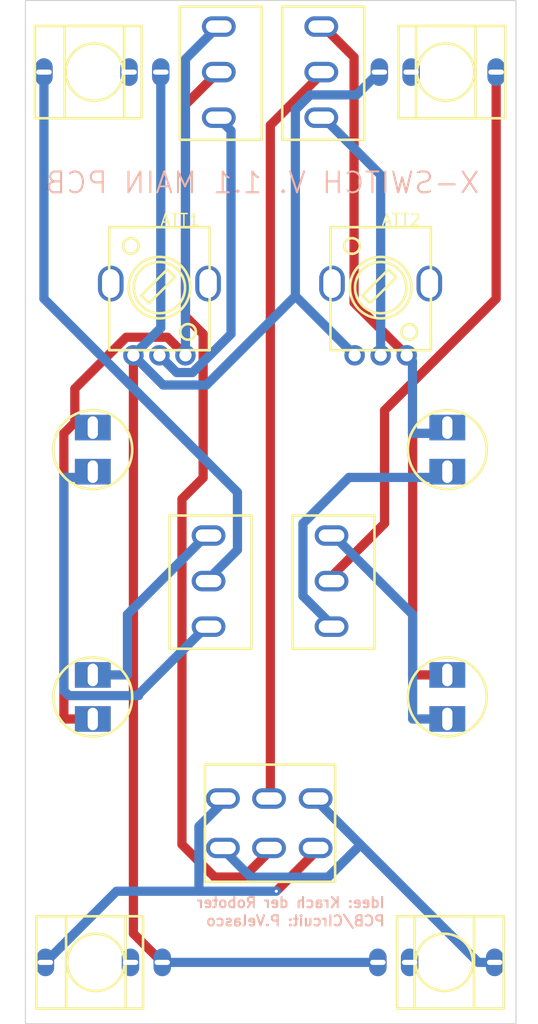
<source format=kicad_pcb>
(kicad_pcb (version 20171130) (host pcbnew "(5.1.5)-3") (page "A4") (layers (0 "F.Cu" signal) (31 "B.Cu" signal) (32 "B.Adhes" user) (33 "F.Adhes" user) (34 "B.Paste" user) (35 "F.Paste" user) (36 "B.SilkS" user) (37 "F.SilkS" user) (38 "B.Mask" user) (39 "F.Mask" user) (40 "Dwgs.User" user) (41 "Cmts.User" user) (42 "Eco1.User" user) (43 "Eco2.User" user) (44 "Edge.Cuts" user) (45 "Margin" user) (46 "B.CrtYd" user) (47 "F.CrtYd" user) (48 "B.Fab" user hide) (49 "F.Fab" user hide)) (net 0 "") (net 1 "ATT1_2") (net 2 "ATT1_4") (net 3 "ATT1_5") (net 4 "ATT2_2") (net 5 "ATT2_4") (net 6 "ATT2_5") (net 7 "GND") (net 8 "PB2_2") (net 9 "PB3_1") (net 10 "PB3_2") (net 11 "PB4_1") (net 12 "SW1_1") (net 13 "SW1_2") (net 14 "SW1_3") (net 15 "SW1_5") (net 16 "U1_1") (net 17 "U4_1") (net 18 "U4_2") (net 19 "U4_3") (net 20 "S$734") (segment (start -1.862 215.295) (end -9.898 215.295) (width 0.9) (layer "B.Cu") (net 14)) (segment (start -9.898 215.295) (end -16.84 222.237) (width 0.9) (layer "B.Cu") (net 14)) (segment (start 0 139.827) (end 1.27 141.097) (width 0.9) (layer "B.Cu") (net 1)) (segment (start 1.27 141.097) (end 1.27 160.937) (width 0.9) (layer "B.Cu") (net 1)) (segment (start 1.27 160.937) (end -2.487 164.694) (width 0.9) (layer "B.Cu") (net 1)) (segment (start -2.487 164.694) (end -4.034 164.694) (width 0.9) (layer "B.Cu") (net 1)) (segment (start -4.034 164.694) (end -5.715 163.012) (width 0.9) (layer "B.Cu") (net 1)) (segment (start 0 130.937) (end -3.175 134.112) (width 0.9) (layer "B.Cu") (net 8)) (segment (start -3.175 134.112) (end -3.175 163.012) (width 0.9) (layer "B.Cu") (net 8)) (segment (start 10.955 180.267) (end 18.997 188.309) (width 0.9) (layer "B.Cu") (net 11)) (segment (start 18.997 188.309) (end 18.997 198.492) (width 0.9) (layer "B.Cu") (net 11)) (segment (start 22.098 198.492) (end 18.997 198.492) (width 0.9) (layer "B.Cu") (net 11)) (segment (start 10.955 189.157) (end 8.291 186.493) (width 0.9) (layer "B.Cu") (net 9)) (segment (start 8.291 186.493) (end 8.291 179.411) (width 0.9) (layer "B.Cu") (net 9)) (segment (start 8.291 179.411) (end 12.778 174.924) (width 0.9) (layer "B.Cu") (net 9)) (segment (start 12.778 174.924) (end 22.08 174.924) (width 0.9) (layer "B.Cu") (net 9)) (segment (start -0.762 180.213) (end -8.837 188.288) (width 0.9) (layer "B.Cu") (net 19)) (segment (start -8.837 188.288) (end -8.837 194.192) (width 0.9) (layer "B.Cu") (net 19)) (segment (start -11.938 194.192) (end -8.837 194.192) (width 0.9) (layer "B.Cu") (net 19)) (segment (start -11.938 174.924) (end -15.039 174.924) (width 0.9) (layer "B.Cu") (net 18)) (segment (start 18.979 170.624) (end 18.979 163.576) (width 0.9) (layer "B.Cu") (net 10)) (segment (start 18.979 163.576) (end 18.415 163.012) (width 0.9) (layer "B.Cu") (net 10)) (segment (start 22.08 170.624) (end 18.979 170.624) (width 0.9) (layer "B.Cu") (net 10)) (segment (start 10.287 139.827) (end 15.875 145.415) (width 0.9) (layer "B.Cu") (net 4)) (segment (start 15.875 145.415) (end 15.875 163.012) (width 0.9) (layer "B.Cu") (net 4)) (segment (start 13.909 210.753) (end 10.74 213.922) (width 0.9) (layer "B.Cu") (net 12)) (segment (start 10.74 213.922) (end 3.202 213.922) (width 0.9) (layer "B.Cu") (net 12)) (segment (start 3.202 213.922) (end 0.608 211.328) (width 0.9) (layer "B.Cu") (net 12)) (segment (start 9.658 206.502) (end 13.909 210.753) (width 0.9) (layer "B.Cu") (net 12)) (segment (start 13.909 210.753) (end 25.393 222.237) (width 0.9) (layer "B.Cu") (net 12)) (segment (start 25.393 222.237) (end 27 222.237) (width 0.9) (layer "B.Cu") (net 12)) (segment (start -5.585 135.382) (end -5.585 160.342) (width 0.9) (layer "B.Cu") (net 7)) (segment (start -5.585 160.342) (end -8.255 163.012) (width 0.9) (layer "B.Cu") (net 7)) (segment (start 7.55 157.228) (end -1.131 165.909) (width 0.9) (layer "B.Cu") (net 7)) (segment (start -1.131 165.909) (end -5.358 165.909) (width 0.9) (layer "B.Cu") (net 7)) (segment (start -5.358 165.909) (end -8.255 163.012) (width 0.9) (layer "B.Cu") (net 7)) (segment (start 15.745 135.382) (end 13.522 137.605) (width 0.9) (layer "B.Cu") (net 7)) (segment (start 13.522 137.605) (end 9.002 137.605) (width 0.9) (layer "B.Cu") (net 7)) (segment (start 9.002 137.605) (end 7.55 139.056) (width 0.9) (layer "B.Cu") (net 7)) (segment (start 7.55 139.056) (end 7.55 157.228) (width 0.9) (layer "B.Cu") (net 7)) (segment (start 7.55 157.228) (end 13.335 163.012) (width 0.9) (layer "B.Cu") (net 7)) (segment (start 15.6 222.237) (end -5.44 222.237) (width 0.9) (layer "B.Cu") (net 7)) (segment (start -1.862 215.295) (end 5.691 215.295) (width 0.9) (layer "B.Cu") (net 14)) (segment (start 0.608 206.502) (end -1.862 208.972) (width 0.9) (layer "B.Cu") (net 14)) (segment (start -1.862 208.972) (end -1.862 215.295) (width 0.9) (layer "B.Cu") (net 14)) (segment (start -0.762 184.658) (end 1.897 181.999) (width 0.9) (layer "B.Cu") (net 17)) (segment (start 1.897 181.999) (end 1.897 176.373) (width 0.9) (layer "B.Cu") (net 17)) (segment (start 1.897 176.373) (end -16.985 157.49) (width 0.9) (layer "B.Cu") (net 17)) (segment (start -16.985 157.49) (end -16.985 135.382) (width 0.9) (layer "B.Cu") (net 17)) (segment (start -0.762 189.103) (end -7.853 196.194) (width 0.9) (layer "B.Cu") (net 18)) (segment (start -14.574 196.194) (end -15.039 195.729) (width 0.9) (layer "B.Cu") (net 18)) (segment (start -15.039 195.729) (end -15.039 174.924) (width 0.9) (layer "B.Cu") (net 18)) (segment (start -7.747 196.215) (end -14.468 196.215) (width 0.9) (layer "B.Cu") (net 18)) (gr_text "X-SWITCH V. 1.1 MAIN PCB" (at 25.654 146.177 0) (layer "B.SilkS") (effects (font (size 2.032 2.032) (thickness 0.203)) (justify left mirror))) (gr_text "Idee: Krach der Roboter" (at 16.383 216.408 0) (layer "B.SilkS") (effects (font (size 1 1) (thickness 0.203)) (justify left mirror))) (gr_text "PCB/CIrcuit: P.Velasco" (at 16.383 218.186 0) (layer "B.SilkS") (effects (font (size 1 1) (thickness 0.203)) (justify left mirror))) (gr_line (start 29.083 228.219) (end 29.083 228.219) (width 0.1) (layer "Edge.Cuts")) (gr_line (start 29.083 228.219) (end -18.796 228.219) (width 0.1) (layer "Edge.Cuts")) (gr_line (start -18.796 228.219) (end -18.796 128.397) (width 0.1) (layer "Edge.Cuts")) (gr_line (start -18.796 128.397) (end 28.956 128.397) (width 0.1) (layer "Edge.Cuts")) (gr_line (start 28.956 128.397) (end 29.083 128.397) (width 0.1) (layer "Edge.Cuts")) (gr_line (start 29.083 128.397) (end 29.083 228.219) (width 0.1) (layer "Edge.Cuts")) (segment (start 0 135.382) (end -3.18 138.562) (width 0.9) (layer "F.Cu") (net 13)) (segment (start -3.18 138.562) (end -3.18 159.205) (width 0.9) (layer "F.Cu") (net 13)) (segment (start -3.18 159.205) (end -1.451 160.935) (width 0.9) (layer "F.Cu") (net 13)) (segment (start -1.451 160.935) (end -1.451 174.964) (width 0.9) (layer "F.Cu") (net 13)) (segment (start -1.451 174.964) (end -3.516 177.028) (width 0.9) (layer "F.Cu") (net 13)) (segment (start -3.516 177.028) (end -3.516 210.735) (width 0.9) (layer "F.Cu") (net 13)) (segment (start -3.516 210.735) (end -0.339 213.912) (width 0.9) (layer "F.Cu") (net 13)) (segment (start -0.339 213.912) (end 2.524 213.912) (width 0.9) (layer "F.Cu") (net 13)) (segment (start 2.524 213.912) (end 5.108 211.328) (width 0.9) (layer "F.Cu") (net 13)) (segment (start 10.287 135.382) (end 5.108 140.561) (width 0.9) (layer "F.Cu") (net 15)) (segment (start 5.108 140.561) (end 5.108 206.502) (width 0.9) (layer "F.Cu") (net 15)) (segment (start 10.287 130.937) (end 13.278 133.928) (width 0.9) (layer "F.Cu") (net 10)) (segment (start 13.278 133.928) (end 13.278 157.875) (width 0.9) (layer "F.Cu") (net 10)) (segment (start 13.278 157.875) (end 18.415 163.012) (width 0.9) (layer "F.Cu") (net 10)) (segment (start 18.997 194.192) (end 18.997 170.642) (width 0.9) (layer "F.Cu") (net 10)) (segment (start 18.997 170.642) (end 18.979 170.624) (width 0.9) (layer "F.Cu") (net 10)) (segment (start 22.098 194.192) (end 18.997 194.192) (width 0.9) (layer "F.Cu") (net 10)) (segment (start 22.08 170.624) (end 18.979 170.624) (width 0.9) (layer "F.Cu") (net 10)) (segment (start -3.175 163.012) (end -4.939 161.248) (width 0.9) (layer "F.Cu") (net 8)) (segment (start -4.939 161.248) (end -8.954 161.248) (width 0.9) (layer "F.Cu") (net 8)) (segment (start -8.954 161.248) (end -13.97 166.264) (width 0.9) (layer "F.Cu") (net 8)) (segment (start -13.97 166.264) (end -13.97 168.157) (width 0.9) (layer "F.Cu") (net 8)) (segment (start -11.938 198.492) (end -15.039 198.492) (width 0.9) (layer "F.Cu") (net 8)) (segment (start -13.97 168.157) (end -13.97 169.555) (width 0.9) (layer "F.Cu") (net 8)) (segment (start -13.97 169.555) (end -15.039 170.624) (width 0.9) (layer "F.Cu") (net 8)) (segment (start -8.255 163.012) (end -8.255 219.422) (width 0.9) (layer "F.Cu") (net 7)) (segment (start -8.255 219.422) (end -5.44 222.237) (width 0.9) (layer "F.Cu") (net 7)) (segment (start 5.691 215.295) (end 9.658 211.328) (width 0.9) (layer "F.Cu") (net 14)) (segment (start 10.955 184.712) (end 16.254 179.413) (width 0.9) (layer "F.Cu") (net 16)) (segment (start 16.254 179.413) (end 16.254 168.381) (width 0.9) (layer "F.Cu") (net 16)) (segment (start 16.254 168.381) (end 27.145 157.49) (width 0.9) (layer "F.Cu") (net 16)) (segment (start 27.145 157.49) (end 27.145 135.382) (width 0.9) (layer "F.Cu") (net 16)) (segment (start -15.039 198.492) (end -15.039 170.624) (width 0.9) (layer "F.Cu") (net 8)) (module "easyeda:THONKICONN_1" (layer "F.Cu") (at 22.08 222.237 -90) (fp_text value "OUT2" (at -5.079 4.445 0) (layer "F.Fab") (effects (font (size 1.143 1.143) (thickness 0.152)) (justify left))) (fp_text reference "J4" (at 0.001 -6.35 -90) (layer "F.SilkS") hide (effects (font (size 1.143 1.143) (thickness 0.152)) (justify left))) (fp_arc (start 0 0) (end -2.794 0) (angle 180) (width 0.254) (layer "F.SilkS")) (fp_arc (start 0 0) (end 2.794 0) (angle 180) (width 0.254) (layer "F.SilkS")) (fp_line (start -4.5 -5.805) (end 4.5 -5.805) (width 0.254) (layer "F.SilkS")) (fp_line (start 4.5 -5.805) (end 4.5 2.905) (width 0.254) (layer "F.SilkS")) (fp_line (start 4.5 2.905) (end -4.5 2.905) (width 0.254) (layer "F.SilkS")) (fp_line (start -4.5 2.905) (end -4.5 -5.805) (width 0.254) (layer "F.SilkS")) (fp_line (start -4.5 -2.905) (end 4.5 -2.905) (width 0.254) (layer "F.SilkS")) (fp_line (start 4.5 -2.905) (end 4.5 4.605) (width 0.254) (layer "F.SilkS")) (fp_line (start 4.5 4.605) (end -4.5 4.605) (width 0.254) (layer "F.SilkS")) (fp_line (start -4.5 4.605) (end -4.5 -2.905) (width 0.254) (layer "F.SilkS")) (pad "" np_thru_hole circle (at 0 0) (size 3 3) (drill 3) (layers "*.Cu" "*.Mask")) (pad 3 thru_hole oval (at 0 -4.92 -90) (size 2.7 1.7) (layers "*.Cu" "*.Paste" "*.Mask") (drill oval 0.5 1.5) (net 12 "SW1_1")) (pad 2 thru_hole oval (at 0 3.38 -90) (size 2.7 1.7) (layers "*.Cu" "*.Paste" "*.Mask") (drill oval 0.5 1.5)) (pad 1 thru_hole oval (at 0 6.48 -90) (size 2.7 1.7) (layers "*.Cu" "*.Paste" "*.Mask") (drill oval 0.5 1.5) (net 7 "GND")) (fp_text user gge26c186242e0f51f1 (at 0 0) (layer "Cmts.User") (effects (font (size 1 1) (thickness 0.15))))) (module "easyeda:R09-5KΩ" (layer "F.Cu") (at -5.715 159.512) (fp_text value "100k" (at 0 -11.486 0) (layer "F.Fab") hide (effects (font (size 1.143 1.143) (thickness 0.152)) (justify left))) (fp_text reference "ATT1" (at 0 -9.708 0) (layer "F.SilkS") (effects (font (size 1.143 1.143) (thickness 0.152)) (justify left))) (fp_line (start -4.9 -9) (end 4.9 -9) (width 0.254) (layer "F.SilkS")) (fp_line (start 4.9 -9) (end 4.9 3) (width 0.254) (layer "F.SilkS")) (fp_line (start -4.9 -9) (end -4.9 3) (width 0.254) (layer "F.SilkS")) (fp_line (start -4.9 3) (end 4.9 3) (width 0.254) (layer "F.SilkS")) (fp_line (start 0.762 -4.882) (end -1.778 -2.342) (width 0.254) (layer "F.SilkS")) (fp_line (start -1.778 -2.342) (end -1.016 -1.58) (width 0.254) (layer "F.SilkS")) (fp_line (start -1.016 -1.58) (end 1.524 -4.12) (width 0.254) (layer "F.SilkS")) (fp_line (start 1.524 -4.12) (end 0.762 -4.882) (width 0.254) (layer "F.SilkS")) (fp_circle (center -2.794 -7.168) (end -2.032 -7.168) (layer "F.SilkS") (width 0.254)) (fp_circle (center 2.794 1.214) (end 3.556 1.214) (layer "F.SilkS") (width 0.254)) (fp_circle (center 0 -3.104) (end 3 -3.104) (layer "F.SilkS") (width 0.254)) (fp_circle (center 0 -3.104) (end 2.5 -3.104) (layer "F.SilkS") (width 0.254)) (pad 1 thru_hole circle (at -2.54 3.5 0) (size 2 2) (layers "*.Cu" "*.Paste" "*.Mask") (drill 1.2) (net 7 "GND")) (pad 2 thru_hole circle (at 0 3.5 0) (size 2 2) (layers "*.Cu" "*.Paste" "*.Mask") (drill 1.2) (net 1 "ATT1_2")) (pad 3 thru_hole circle (at 2.54 3.5 0) (size 2 2) (layers "*.Cu" "*.Paste" "*.Mask") (drill 1.2) (net 8 "PB2_2")) (pad 4 thru_hole oval (at 4.75 -3.5 0) (size 2.5 3.5) (layers "*.Cu" "*.Paste" "*.Mask") (drill oval 1.7 2.8) (net 2 "ATT1_4")) (pad 5 thru_hole oval (at -4.75 -3.5 0) (size 2.5 3.5) (layers "*.Cu" "*.Paste" "*.Mask") (drill oval 1.7 2.8) (net 3 "ATT1_5")) (fp_text user ggea55d97789d1be874 (at 0 0) (layer "Cmts.User") (effects (font (size 1 1) (thickness 0.15))))) (module "easyeda:THONKICONN_1" (layer "F.Cu") (at -12.065 135.382 90) (fp_text value "IN1" (at -3.556 -3.574 90) (layer "F.Fab") (effects (font (size 1.143 1.143) (thickness 0.152)) (justify left))) (fp_text reference "J1" (at 0 -6.35 90) (layer "F.SilkS") hide (effects (font (size 1.143 1.143) (thickness 0.152)) (justify left))) (fp_arc (start 0 0) (end -2.794 0) (angle 180) (width 0.254) (layer "F.SilkS")) (fp_arc (start 0 0) (end 2.794 0) (angle 180) (width 0.254) (layer "F.SilkS")) (pad "" np_thru_hole circle (at 0 0) (size 3 3) (drill 3) (layers "*.Cu" "*.Mask")) (fp_line (start -4.5 -5.805) (end 4.5 -5.805) (width 0.254) (layer "F.SilkS")) (fp_line (start 4.5 -5.805) (end 4.5 2.905) (width 0.254) (layer "F.SilkS")) (fp_line (start 4.5 2.905) (end -4.5 2.905) (width 0.254) (layer "F.SilkS")) (fp_line (start -4.5 2.905) (end -4.5 -5.805) (width 0.254) (layer "F.SilkS")) (fp_line (start -4.5 -2.905) (end 4.5 -2.905) (width 0.254) (layer "F.SilkS")) (fp_line (start 4.5 -2.905) (end 4.5 4.605) (width 0.254) (layer "F.SilkS")) (fp_line (start 4.5 4.605) (end -4.5 4.605) (width 0.254) (layer "F.SilkS")) (fp_line (start -4.5 4.605) (end -4.5 -2.905) (width 0.254) (layer "F.SilkS")) (pad 3 thru_hole oval (at 0 -4.92 90) (size 2.7 1.7) (layers "*.Cu" "*.Paste" "*.Mask") (drill oval 0.5 1.5) (net 17 "U4_1")) (pad 2 thru_hole oval (at 0 3.38 90) (size 2.7 1.7) (layers "*.Cu" "*.Paste" "*.Mask") (drill oval 0.5 1.5)) (pad 1 thru_hole oval (at 0 6.48 90) (size 2.7 1.7) (layers "*.Cu" "*.Paste" "*.Mask") (drill oval 0.5 1.5) (net 7 "GND")) (fp_text user gge432292da6a234d33 (at 0 0) (layer "Cmts.User") (effects (font (size 1 1) (thickness 0.15))))) (module "easyeda:PUSHBUTTON" (layer "F.Cu") (at -12.22 172.212 90) (fp_text value "CUT" (at -0.762 5.616 90) (layer "F.Fab") (effects (font (size 1.143 1.143) (thickness 0.152)) (justify left))) (fp_text reference "PB1" (at 0 -4.318 90) (layer "F.SilkS") hide (effects (font (size 1.143 1.143) (thickness 0.152)) (justify left))) (fp_circle (center 0 0) (end 3.85 0) (layer "F.SilkS") (width 0.254)) (fp_circle (center 0 0) (end 3.5 0) (layer "Cmts.User") (width 0.1)) (fp_circle (center 0 0) (end 3 0) (layer "Cmts.User") (width 0.1)) (pad 2 thru_hole rect (at 2.15 0 180) (size 3.5 2.5) (layers "*.Cu" "*.Paste" "*.Mask") (drill oval 1 2.2) (net 8 "PB2_2")) (pad 1 thru_hole rect (at -2.15 0 180) (size 3.5 2.5) (layers "*.Cu" "*.Paste" "*.Mask") (drill oval 1 2.2) (net 18 "U4_2")) (fp_text user gge5846001220b09363 (at 0 0) (layer "Cmts.User") (effects (font (size 1 1) (thickness 0.15))))) (module "easyeda:PUSHBUTTON" (layer "F.Cu") (at -12.22 196.342 -90) (fp_text value "CONNECT" (at 3.175 -5.616 90) (layer "F.Fab") (effects (font (size 1.143 1.143) (thickness 0.152)) (justify left))) (fp_text reference "PB2" (at 0 -4.318 -90) (layer "F.SilkS") hide (effects (font (size 1.143 1.143) (thickness 0.152)) (justify left))) (fp_circle (center 0 0) (end 3.85 0) (layer "F.SilkS") (width 0.254)) (fp_circle (center 0 0) (end 3.5 0) (layer "Cmts.User") (width 0.1)) (fp_circle (center 0 0) (end 3 0) (layer "Cmts.User") (width 0.1)) (pad 2 thru_hole rect (at 2.15 0 0) (size 3.5 2.5) (layers "*.Cu" "*.Paste" "*.Mask") (drill oval 1 2.2) (net 8 "PB2_2")) (pad 1 thru_hole rect (at -2.15 0 0) (size 3.5 2.5) (layers "*.Cu" "*.Paste" "*.Mask") (drill oval 1 2.2) (net 19 "U4_3")) (fp_text user gge39b04d1227f4b4e7 (at 0 0) (layer "Cmts.User") (effects (font (size 1 1) (thickness 0.15))))) (module "easyeda:MINI TOGGLE SWITCH SPDT ON-ON" (layer "F.Cu") (at 0.08 135.382 90) (fp_text value "ATT BYPASS" (at -5.207 -2.032 90) (layer "F.Fab") (effects (font (size 1.143 1.143) (thickness 0.152)) (justify left))) (fp_text reference "U3" (at -0.19 -4.318 90) (layer "F.SilkS") hide (effects (font (size 1.143 1.143) (thickness 0.152)) (justify left))) (fp_line (start -6.604 -3.81) (end 6.396 -3.81) (width 0.254) (layer "F.SilkS") (status 40000)) (fp_line (start 6.396 -3.81) (end 6.396 4.19) (width 0.254) (layer "F.SilkS") (status 40000)) (fp_line (start 6.396 4.19) (end -6.604 4.19) (width 0.254) (layer "F.SilkS") (status 40000)) (fp_line (start -6.604 4.19) (end -6.604 -3.81) (width 0.254) (layer "F.SilkS") (status 40000)) (pad 2 thru_hole oval (at -4.445 0 90) (size 2 3.3) (layers "*.Cu" "*.Paste" "*.Mask") (drill oval 1.2 2.5) (net 1 "ATT1_2")) (pad 1 thru_hole oval (at 0 0 90) (size 2 3.3) (layers "*.Cu" "*.Paste" "*.Mask") (drill oval 1.2 2.5) (net 13 "SW1_2")) (pad 3 thru_hole oval (at 4.445 0 90) (size 2 3.3) (layers "*.Cu" "*.Paste" "*.Mask") (drill oval 1.2 2.5) (net 8 "PB2_2")) (fp_text user gge9484a7830baa788f (at 0 0) (layer "Cmts.User") (effects (font (size 1 1) (thickness 0.15))))) (module "easyeda:THONKICONN_1" (layer "F.Cu") (at -11.92 222.238 90) (fp_text value "OUT1" (at 5.334 -3.937 0) (layer "F.Fab") (effects (font (size 1.143 1.143) (thickness 0.152)) (justify left))) (fp_text reference "J3" (at 0 -6.35 90) (layer "F.SilkS") hide (effects (font (size 1.143 1.143) (thickness 0.152)) (justify left))) (fp_arc (start 0 0) (end -2.794 0) (angle 180) (width 0.254) (layer "F.SilkS")) (fp_arc (start 0 0) (end 2.794 0) (angle 180) (width 0.254) (layer "F.SilkS")) (fp_line (start -4.5 -5.805) (end 4.5 -5.805) (width 0.254) (layer "F.SilkS")) (fp_line (start 4.5 -5.805) (end 4.5 2.905) (width 0.254) (layer "F.SilkS")) (fp_line (start 4.5 2.905) (end -4.5 2.905) (width 0.254) (layer "F.SilkS")) (fp_line (start -4.5 2.905) (end -4.5 -5.805) (width 0.254) (layer "F.SilkS")) (fp_line (start -4.5 -2.905) (end 4.5 -2.905) (width 0.254) (layer "F.SilkS")) (fp_line (start 4.5 -2.905) (end 4.5 4.605) (width 0.254) (layer "F.SilkS")) (fp_line (start 4.5 4.605) (end -4.5 4.605) (width 0.254) (layer "F.SilkS")) (fp_line (start -4.5 4.605) (end -4.5 -2.905) (width 0.254) (layer "F.SilkS")) (pad "" np_thru_hole circle (at 0 0) (size 3 3) (drill 3) (layers "*.Cu" "*.Mask")) (pad 3 thru_hole oval (at 0 -4.92 90) (size 2.7 1.7) (layers "*.Cu" "*.Paste" "*.Mask") (drill oval 0.5 1.5) (net 14 "SW1_3")) (pad 2 thru_hole oval (at 0 3.38 90) (size 2.7 1.7) (layers "*.Cu" "*.Paste" "*.Mask") (drill oval 0.5 1.5)) (pad 1 thru_hole oval (at 0 6.48 90) (size 2.7 1.7) (layers "*.Cu" "*.Paste" "*.Mask") (drill oval 0.5 1.5) (net 7 "GND")) (fp_text user gge691ea8d57af56a45 (at 0 0) (layer "Cmts.User") (effects (font (size 1 1) (thickness 0.15))))) (module "easyeda:6 PIN DPDT MOM SWITCH" (layer "F.Cu") (at 11.43 214.376 90) (fp_text value "DPDT CROSS" (at 12.065 -11.43 0) (layer "F.Fab") (effects (font (size 1.143 1.143) (thickness 0.152)) (justify left))) (fp_text reference "SW1" (at 5.588 -13.335 90) (layer "F.SilkS") hide (effects (font (size 1.143 1.143) (thickness 0.152)) (justify left))) (fp_line (start 0 -12.7) (end 11.43 -12.7) (width 0.254) (layer "F.SilkS")) (fp_line (start 11.43 -12.7) (end 11.43 0) (width 0.254) (layer "F.SilkS")) (fp_line (start 11.43 0) (end 0 0) (width 0.254) (layer "F.SilkS")) (fp_line (start 0 0) (end 0 -12.7) (width 0.254) (layer "F.SilkS")) (pad 4 thru_hole oval (at 8.128 -10.949 90) (size 2 3.3) (layers "*.Cu" "*.Paste" "*.Mask") (drill oval 1.2 2.5) (net 14 "SW1_3")) (pad 5 thru_hole oval (at 8.128 -6.449 90) (size 2 3.3) (layers "*.Cu" "*.Paste" "*.Mask") (drill oval 1.2 2.5) (net 15 "SW1_5")) (pad 6 thru_hole oval (at 8.128 -1.899 90) (size 2 3.3) (layers "*.Cu" "*.Paste" "*.Mask") (drill oval 1.2 2.5) (net 12 "SW1_1")) (pad 3 thru_hole oval (at 3.302 -1.899 90) (size 2 3.3) (layers "*.Cu" "*.Paste" "*.Mask") (drill oval 1.2 2.5) (net 14 "SW1_3")) (pad 2 thru_hole oval (at 3.302 -6.449 90) (size 2 3.3) (layers "*.Cu" "*.Paste" "*.Mask") (drill oval 1.2 2.5) (net 13 "SW1_2")) (pad 1 thru_hole oval (at 3.302 -10.949 90) (size 2 3.3) (layers "*.Cu" "*.Paste" "*.Mask") (drill oval 1.2 2.5) (net 12 "SW1_1")) (fp_text user gge7ebc9546b775a497 (at 0 0) (layer "Cmts.User") (effects (font (size 1 1) (thickness 0.15))))) (module "easyeda:MINI TOGGLE SWITCH SPDT ON-ON" (layer "F.Cu") (at -0.92 185.039 90) (fp_text value "CUT/CONNECT" (at -5.969 3.175 90) (layer "F.Fab") (effects (font (size 1.143 1.143) (thickness 0.152)) (justify left))) (fp_text reference "U4" (at -0.191 -4.318 90) (layer "F.SilkS") hide (effects (font (size 1.143 1.143) (thickness 0.152)) (justify left))) (fp_line (start -6.604 -3.81) (end 6.396 -3.81) (width 0.254) (layer "F.SilkS") (status 40000)) (fp_line (start 6.396 -3.81) (end 6.396 4.19) (width 0.254) (layer "F.SilkS") (status 40000)) (fp_line (start 6.396 4.19) (end -6.604 4.19) (width 0.254) (layer "F.SilkS") (status 40000)) (fp_line (start -6.604 4.19) (end -6.604 -3.81) (width 0.254) (layer "F.SilkS") (status 40000)) (pad 2 thru_hole oval (at -4.445 0 90) (size 2 3.3) (layers "*.Cu" "*.Paste" "*.Mask") (drill oval 1.2 2.5) (net 18 "U4_2")) (pad 1 thru_hole oval (at 0 0 90) (size 2 3.3) (layers "*.Cu" "*.Paste" "*.Mask") (drill oval 1.2 2.5) (net 17 "U4_1")) (pad 3 thru_hole oval (at 4.445 0 90) (size 2 3.3) (layers "*.Cu" "*.Paste" "*.Mask") (drill oval 1.2 2.5) (net 19 "U4_3")) (fp_text user ggedfede337e7ad0f59 (at 0 0) (layer "Cmts.User") (effects (font (size 1 1) (thickness 0.15))))) (module "easyeda:R09-5KΩ" (layer "F.Cu") (at 15.875 159.512) (fp_text value "100k" (at 0 -11.486 0) (layer "F.Fab") hide (effects (font (size 1.143 1.143) (thickness 0.152)) (justify left))) (fp_text reference "ATT2" (at 0 -9.708 0) (layer "F.SilkS") (effects (font (size 1.143 1.143) (thickness 0.152)) (justify left))) (fp_line (start -4.9 -9) (end 4.9 -9) (width 0.254) (layer "F.SilkS")) (fp_line (start 4.9 -9) (end 4.9 3) (width 0.254) (layer "F.SilkS")) (fp_line (start -4.9 -9) (end -4.9 3) (width 0.254) (layer "F.SilkS")) (fp_line (start -4.9 3) (end 4.9 3) (width 0.254) (layer "F.SilkS")) (fp_line (start 0.762 -4.882) (end -1.778 -2.342) (width 0.254) (layer "F.SilkS")) (fp_line (start -1.778 -2.342) (end -1.016 -1.58) (width 0.254) (layer "F.SilkS")) (fp_line (start -1.016 -1.58) (end 1.524 -4.12) (width 0.254) (layer "F.SilkS")) (fp_line (start 1.524 -4.12) (end 0.762 -4.882) (width 0.254) (layer "F.SilkS")) (fp_circle (center -2.794 -7.168) (end -2.032 -7.168) (layer "F.SilkS") (width 0.254)) (fp_circle (center 2.794 1.214) (end 3.556 1.214) (layer "F.SilkS") (width 0.254)) (fp_circle (center 0 -3.104) (end 3 -3.104) (layer "F.SilkS") (width 0.254)) (fp_circle (center 0 -3.104) (end 2.5 -3.104) (layer "F.SilkS") (width 0.254)) (pad 1 thru_hole circle (at -2.54 3.5 0) (size 2 2) (layers "*.Cu" "*.Paste" "*.Mask") (drill 1.2) (net 7 "GND")) (pad 2 thru_hole circle (at 0 3.5 0) (size 2 2) (layers "*.Cu" "*.Paste" "*.Mask") (drill 1.2) (net 4 "ATT2_2")) (pad 3 thru_hole circle (at 2.54 3.5 0) (size 2 2) (layers "*.Cu" "*.Paste" "*.Mask") (drill 1.2) (net 10 "PB3_2")) (pad 4 thru_hole oval (at 4.75 -3.5 0) (size 2.5 3.5) (layers "*.Cu" "*.Paste" "*.Mask") (drill oval 1.7 2.8) (net 5 "ATT2_4")) (pad 5 thru_hole oval (at -4.75 -3.5 0) (size 2.5 3.5) (layers "*.Cu" "*.Paste" "*.Mask") (drill oval 1.7 2.8) (net 6 "ATT2_5")) (fp_text user gge9788442625d1e330 (at 0 0) (layer "Cmts.User") (effects (font (size 1 1) (thickness 0.15))))) (module "easyeda:THONKICONN_1" (layer "F.Cu") (at 22.225 135.382 -90) (fp_text value "IN2" (at 4.318 -5.08 90) (layer "F.Fab") (effects (font (size 1.143 1.143) (thickness 0.152)) (justify left))) (fp_text reference "J2" (at 0 -6.35 -90) (layer "F.SilkS") hide (effects (font (size 1.143 1.143) (thickness 0.152)) (justify left))) (fp_arc (start 0 0) (end -2.794 0) (angle 180) (width 0.254) (layer "F.SilkS")) (fp_arc (start 0 0) (end 2.794 0) (angle 180) (width 0.254) (layer "F.SilkS")) (pad "" np_thru_hole circle (at 0 0) (size 3 3) (drill 3) (layers "*.Cu" "*.Mask")) (fp_line (start -4.5 -5.805) (end 4.5 -5.805) (width 0.254) (layer "F.SilkS")) (fp_line (start 4.5 -5.805) (end 4.5 2.905) (width 0.254) (layer "F.SilkS")) (fp_line (start 4.5 2.905) (end -4.5 2.905) (width 0.254) (layer "F.SilkS")) (fp_line (start -4.5 2.905) (end -4.5 -5.805) (width 0.254) (layer "F.SilkS")) (fp_line (start -4.5 -2.905) (end 4.5 -2.905) (width 0.254) (layer "F.SilkS")) (fp_line (start 4.5 -2.905) (end 4.5 4.605) (width 0.254) (layer "F.SilkS")) (fp_line (start 4.5 4.605) (end -4.5 4.605) (width 0.254) (layer "F.SilkS")) (fp_line (start -4.5 4.605) (end -4.5 -2.905) (width 0.254) (layer "F.SilkS")) (pad 3 thru_hole oval (at 0 -4.92 -90) (size 2.7 1.7) (layers "*.Cu" "*.Paste" "*.Mask") (drill oval 0.5 1.5) (net 16 "U1_1")) (pad 2 thru_hole oval (at 0 3.38 -90) (size 2.7 1.7) (layers "*.Cu" "*.Paste" "*.Mask") (drill oval 0.5 1.5)) (pad 1 thru_hole oval (at 0 6.48 -90) (size 2.7 1.7) (layers "*.Cu" "*.Paste" "*.Mask") (drill oval 0.5 1.5) (net 7 "GND")) (fp_text user gge2b65906902620a6b (at 0 0) (layer "Cmts.User") (effects (font (size 1 1) (thickness 0.15))))) (module "easyeda:PUSHBUTTON" (layer "F.Cu") (at 22.38 172.212 90) (fp_text value "CUT" (at -1.524 -4.346 90) (layer "F.Fab") (effects (font (size 1.143 1.143) (thickness 0.152)) (justify left))) (fp_text reference "PB3" (at 0 -4.318 90) (layer "F.SilkS") hide (effects (font (size 1.143 1.143) (thickness 0.152)) (justify left))) (fp_circle (center 0 0) (end 3.85 0) (layer "F.SilkS") (width 0.254)) (fp_circle (center 0 0) (end 3.5 0) (layer "Cmts.User") (width 0.1)) (fp_circle (center 0 0) (end 3 0) (layer "Cmts.User") (width 0.1)) (pad 2 thru_hole rect (at 2.15 0 180) (size 3.5 2.5) (layers "*.Cu" "*.Paste" "*.Mask") (drill oval 1 2.2) (net 10 "PB3_2")) (pad 1 thru_hole rect (at -2.15 0 180) (size 3.5 2.5) (layers "*.Cu" "*.Paste" "*.Mask") (drill oval 1 2.2) (net 9 "PB3_1")) (fp_text user ggeefac52be5f495676 (at 0 0) (layer "Cmts.User") (effects (font (size 1 1) (thickness 0.15))))) (module "easyeda:PUSHBUTTON" (layer "F.Cu") (at 22.38 196.342 90) (fp_text value "CONNECT" (at -3.81 -4.346 90) (layer "F.Fab") (effects (font (size 1.143 1.143) (thickness 0.152)) (justify left))) (fp_text reference "PB4" (at 0 -4.318 90) (layer "F.SilkS") hide (effects (font (size 1.143 1.143) (thickness 0.152)) (justify left))) (fp_circle (center 0 0) (end 3.85 0) (layer "F.SilkS") (width 0.254)) (fp_circle (center 0 0) (end 3.5 0) (layer "Cmts.User") (width 0.1)) (fp_circle (center 0 0) (end 3 0) (layer "Cmts.User") (width 0.1)) (pad 2 thru_hole rect (at 2.15 0 180) (size 3.5 2.5) (layers "*.Cu" "*.Paste" "*.Mask") (drill oval 1 2.2) (net 10 "PB3_2")) (pad 1 thru_hole rect (at -2.15 0 180) (size 3.5 2.5) (layers "*.Cu" "*.Paste" "*.Mask") (drill oval 1 2.2) (net 11 "PB4_1")) (fp_text user gge9605b48b326cbfa6 (at 0 0) (layer "Cmts.User") (effects (font (size 1 1) (thickness 0.15))))) (module "easyeda:MINI TOGGLE SWITCH SPDT ON-ON" (layer "F.Cu") (at 11.08 185.039 90) (fp_text value "CUT/CONNECT" (at -5.969 -1.524 90) (layer "F.Fab") (effects (font (size 1.143 1.143) (thickness 0.152)) (justify left))) (fp_text reference "U1" (at -0.191 -4.318 90) (layer "F.SilkS") hide (effects (font (size 1.143 1.143) (thickness 0.152)) (justify left))) (fp_line (start -6.604 -3.81) (end 6.396 -3.81) (width 0.254) (layer "F.SilkS") (status 40000)) (fp_line (start 6.396 -3.81) (end 6.396 4.19) (width 0.254) (layer "F.SilkS") (status 40000)) (fp_line (start 6.396 4.19) (end -6.604 4.19) (width 0.254) (layer "F.SilkS") (status 40000)) (fp_line (start -6.604 4.19) (end -6.604 -3.81) (width 0.254) (layer "F.SilkS") (status 40000)) (pad 2 thru_hole oval (at -4.445 0 90) (size 2 3.3) (layers "*.Cu" "*.Paste" "*.Mask") (drill oval 1.2 2.5) (net 9 "PB3_1")) (pad 1 thru_hole oval (at 0 0 90) (size 2 3.3) (layers "*.Cu" "*.Paste" "*.Mask") (drill oval 1.2 2.5) (net 16 "U1_1")) (pad 3 thru_hole oval (at 4.445 0 90) (size 2 3.3) (layers "*.Cu" "*.Paste" "*.Mask") (drill oval 1.2 2.5) (net 11 "PB4_1")) (fp_text user gge3dd3e744f55e9d99 (at 0 0) (layer "Cmts.User") (effects (font (size 1 1) (thickness 0.15))))) (module "easyeda:MINI TOGGLE SWITCH SPDT ON-ON" (layer "F.Cu") (at 10.08 135.382 90) (fp_text value "ATT BYPASS" (at -4.953 -2.286 90) (layer "F.Fab") (effects (font (size 1.143 1.143) (thickness 0.152)) (justify left))) (fp_text reference "U2" (at -0.19 -4.318 90) (layer "F.SilkS") hide (effects (font (size 1.143 1.143) (thickness 0.152)) (justify left))) (fp_line (start -6.604 -3.81) (end 6.396 -3.81) (width 0.254) (layer "F.SilkS") (status 40000)) (fp_line (start 6.396 -3.81) (end 6.396 4.19) (width 0.254) (layer "F.SilkS") (status 40000)) (fp_line (start 6.396 4.19) (end -6.604 4.19) (width 0.254) (layer "F.SilkS") (status 40000)) (fp_line (start -6.604 4.19) (end -6.604 -3.81) (width 0.254) (layer "F.SilkS") (status 40000)) (pad 2 thru_hole oval (at -4.445 0 90) (size 2 3.3) (layers "*.Cu" "*.Paste" "*.Mask") (drill oval 1.2 2.5) (net 4 "ATT2_2")) (pad 1 thru_hole oval (at 0 0 90) (size 2 3.3) (layers "*.Cu" "*.Paste" "*.Mask") (drill oval 1.2 2.5) (net 15 "SW1_5")) (pad 3 thru_hole oval (at 4.445 0 90) (size 2 3.3) (layers "*.Cu" "*.Paste" "*.Mask") (drill oval 1.2 2.5) (net 10 "PB3_2")) (fp_text user gge92f2038d78db2760 (at 0 0) (layer "Cmts.User") (effects (font (size 1 1) (thickness 0.15))))) (via (at 5.691 215.295) (size 0.8) (drill 0.305) (layers "F.Cu" "B.Cu") (net 14)))
</source>
